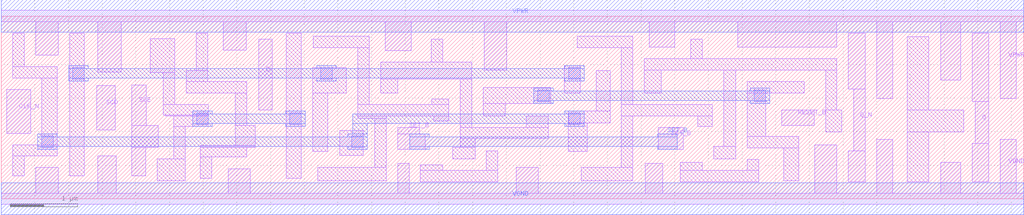
<source format=lef>
# Copyright 2020 The SkyWater PDK Authors
#
# Licensed under the Apache License, Version 2.0 (the "License");
# you may not use this file except in compliance with the License.
# You may obtain a copy of the License at
#
#     https://www.apache.org/licenses/LICENSE-2.0
#
# Unless required by applicable law or agreed to in writing, software
# distributed under the License is distributed on an "AS IS" BASIS,
# WITHOUT WARRANTIES OR CONDITIONS OF ANY KIND, either express or implied.
# See the License for the specific language governing permissions and
# limitations under the License.
#
# SPDX-License-Identifier: Apache-2.0

VERSION 5.5 ;
NAMESCASESENSITIVE ON ;
BUSBITCHARS "[]" ;
DIVIDERCHAR "/" ;
MACRO sky130_fd_sc_hd__sdfbbn_2
  CLASS CORE ;
  SOURCE USER ;
  ORIGIN  0.000000  0.000000 ;
  SIZE  15.18000 BY  2.720000 ;
  SYMMETRY X Y R90 ;
  SITE unithd ;
  PIN D
    ANTENNAGATEAREA  0.126000 ;
    DIRECTION INPUT ;
    USE SIGNAL ;
    PORT
      LAYER li1 ;
        RECT 3.825000 1.325000 4.025000 2.375000 ;
    END
  END D
  PIN Q
    ANTENNADIFFAREA  0.445500 ;
    DIRECTION OUTPUT ;
    USE SIGNAL ;
    PORT
      LAYER li1 ;
        RECT 14.415000 0.255000 14.665000 0.825000 ;
        RECT 14.415000 1.445000 14.665000 2.465000 ;
        RECT 14.460000 0.825000 14.665000 1.445000 ;
    END
  END Q
  PIN Q_N
    ANTENNADIFFAREA  0.445500 ;
    DIRECTION OUTPUT ;
    USE SIGNAL ;
    PORT
      LAYER li1 ;
        RECT 12.580000 0.255000 12.830000 0.715000 ;
        RECT 12.580000 1.630000 12.830000 2.465000 ;
        RECT 12.660000 0.715000 12.830000 1.630000 ;
    END
  END Q_N
  PIN RESET_B
    ANTENNAGATEAREA  0.159000 ;
    DIRECTION INPUT ;
    USE SIGNAL ;
    PORT
      LAYER li1 ;
        RECT 11.590000 1.095000 12.070000 1.325000 ;
    END
  END RESET_B
  PIN SCD
    ANTENNAGATEAREA  0.159000 ;
    DIRECTION INPUT ;
    USE SIGNAL ;
    PORT
      LAYER li1 ;
        RECT 1.415000 1.025000 1.695000 1.685000 ;
    END
  END SCD
  PIN SCE
    ANTENNAGATEAREA  0.252000 ;
    DIRECTION INPUT ;
    USE SIGNAL ;
    PORT
      LAYER li1 ;
        RECT 1.935000 0.345000 2.145000 0.765000 ;
        RECT 1.935000 0.765000 2.335000 1.095000 ;
        RECT 1.935000 1.095000 2.155000 1.695000 ;
    END
  END SCE
  PIN SET_B
    ANTENNAGATEAREA  0.252000 ;
    DIRECTION INPUT ;
    USE SIGNAL ;
    PORT
      LAYER li1 ;
        RECT 5.885000 0.735000 6.295000 0.965000 ;
        RECT 5.885000 0.965000 6.215000 1.065000 ;
    END
    PORT
      LAYER li1 ;
        RECT 9.755000 0.735000 10.130000 1.065000 ;
    END
    PORT
      LAYER met1 ;
        RECT 6.065000 0.735000  6.355000 0.780000 ;
        RECT 6.065000 0.780000 10.035000 0.920000 ;
        RECT 6.065000 0.920000  6.355000 0.965000 ;
        RECT 9.745000 0.735000 10.035000 0.780000 ;
        RECT 9.745000 0.920000 10.035000 0.965000 ;
    END
  END SET_B
  PIN CLK_N
    ANTENNAGATEAREA  0.159000 ;
    DIRECTION INPUT ;
    USE CLOCK ;
    PORT
      LAYER li1 ;
        RECT 0.085000 0.975000 0.435000 1.625000 ;
    END
  END CLK_N
  PIN VGND
    DIRECTION INOUT ;
    SHAPE ABUTMENT ;
    USE GROUND ;
    PORT
      LAYER li1 ;
        RECT  0.000000 -0.085000 15.180000 0.085000 ;
        RECT  0.515000  0.085000  0.845000 0.465000 ;
        RECT  1.430000  0.085000  1.705000 0.635000 ;
        RECT  3.370000  0.085000  3.700000 0.445000 ;
        RECT  5.885000  0.085000  6.055000 0.525000 ;
        RECT  7.645000  0.085000  7.975000 0.465000 ;
        RECT  9.560000  0.085000  9.820000 0.525000 ;
        RECT 12.080000  0.085000 12.410000 0.805000 ;
        RECT 13.000000  0.085000 13.235000 0.885000 ;
        RECT 13.950000  0.085000 14.245000 0.545000 ;
        RECT 14.835000  0.085000 15.075000 0.885000 ;
    END
    PORT
      LAYER met1 ;
        RECT 0.000000 -0.240000 15.180000 0.240000 ;
    END
  END VGND
  PIN VPWR
    DIRECTION INOUT ;
    SHAPE ABUTMENT ;
    USE POWER ;
    PORT
      LAYER li1 ;
        RECT  0.000000 2.635000 15.180000 2.805000 ;
        RECT  0.515000 2.135000  0.845000 2.635000 ;
        RECT  1.430000 1.885000  1.785000 2.635000 ;
        RECT  3.295000 2.215000  3.640000 2.635000 ;
        RECT  5.705000 2.205000  6.085000 2.635000 ;
        RECT  7.175000 1.915000  7.505000 2.635000 ;
        RECT  9.620000 2.255000 10.000000 2.635000 ;
        RECT 10.940000 2.255000 12.410000 2.635000 ;
        RECT 13.000000 1.495000 13.235000 2.635000 ;
        RECT 13.950000 1.765000 14.245000 2.635000 ;
        RECT 14.835000 1.495000 15.075000 2.635000 ;
    END
    PORT
      LAYER met1 ;
        RECT 0.000000 2.480000 15.180000 2.960000 ;
    END
  END VPWR
  OBS
    LAYER li1 ;
      RECT  0.170000 0.345000  0.345000 0.635000 ;
      RECT  0.170000 0.635000  0.835000 0.805000 ;
      RECT  0.170000 1.795000  0.835000 1.965000 ;
      RECT  0.170000 1.965000  0.345000 2.465000 ;
      RECT  0.605000 0.805000  0.835000 1.795000 ;
      RECT  1.015000 0.345000  1.235000 2.465000 ;
      RECT  2.215000 1.875000  2.575000 2.385000 ;
      RECT  2.315000 0.265000  2.730000 0.595000 ;
      RECT  2.405000 1.250000  3.075000 1.405000 ;
      RECT  2.405000 1.405000  2.575000 1.875000 ;
      RECT  2.435000 1.235000  3.075000 1.250000 ;
      RECT  2.560000 0.595000  2.730000 1.075000 ;
      RECT  2.560000 1.075000  3.075000 1.235000 ;
      RECT  2.745000 1.575000  3.645000 1.745000 ;
      RECT  2.745000 1.745000  3.065000 1.905000 ;
      RECT  2.895000 1.905000  3.065000 2.465000 ;
      RECT  2.955000 0.305000  3.125000 0.625000 ;
      RECT  2.955000 0.625000  3.645000 0.765000 ;
      RECT  2.955000 0.765000  3.770000 0.795000 ;
      RECT  3.475000 0.795000  3.770000 1.095000 ;
      RECT  3.475000 1.095000  3.645000 1.575000 ;
      RECT  4.230000 0.305000  4.455000 2.465000 ;
      RECT  4.625000 0.705000  4.845000 1.575000 ;
      RECT  4.625000 1.575000  5.125000 1.955000 ;
      RECT  4.635000 2.250000  5.465000 2.420000 ;
      RECT  4.700000 0.265000  5.715000 0.465000 ;
      RECT  5.025000 0.645000  5.375000 1.015000 ;
      RECT  5.295000 1.195000  5.715000 1.235000 ;
      RECT  5.295000 1.235000  6.645000 1.405000 ;
      RECT  5.295000 1.405000  5.465000 2.250000 ;
      RECT  5.545000 0.465000  5.715000 1.195000 ;
      RECT  5.635000 1.575000  5.885000 1.785000 ;
      RECT  5.635000 1.785000  6.985000 2.035000 ;
      RECT  6.225000 0.255000  7.375000 0.425000 ;
      RECT  6.225000 0.425000  6.555000 0.505000 ;
      RECT  6.385000 2.035000  6.555000 2.375000 ;
      RECT  6.395000 1.405000  6.645000 1.485000 ;
      RECT  6.425000 1.155000  6.645000 1.235000 ;
      RECT  6.705000 0.595000  7.035000 0.765000 ;
      RECT  6.815000 0.765000  7.035000 0.895000 ;
      RECT  6.815000 0.895000  8.125000 1.065000 ;
      RECT  6.815000 1.065000  6.985000 1.785000 ;
      RECT  7.155000 1.235000  7.485000 1.415000 ;
      RECT  7.155000 1.415000  8.160000 1.655000 ;
      RECT  7.205000 0.425000  7.375000 0.715000 ;
      RECT  7.795000 1.065000  8.125000 1.235000 ;
      RECT  8.360000 1.575000  8.595000 1.985000 ;
      RECT  8.420000 0.705000  8.705000 1.125000 ;
      RECT  8.420000 1.125000  9.040000 1.305000 ;
      RECT  8.550000 2.250000  9.380000 2.420000 ;
      RECT  8.615000 0.265000  9.380000 0.465000 ;
      RECT  8.835000 1.305000  9.040000 1.905000 ;
      RECT  9.210000 0.465000  9.380000 1.235000 ;
      RECT  9.210000 1.235000 10.560000 1.405000 ;
      RECT  9.210000 1.405000  9.380000 2.250000 ;
      RECT  9.550000 1.575000  9.800000 1.915000 ;
      RECT  9.550000 1.915000 12.410000 2.085000 ;
      RECT 10.080000 0.255000 11.250000 0.425000 ;
      RECT 10.080000 0.425000 10.410000 0.545000 ;
      RECT 10.240000 2.085000 10.410000 2.375000 ;
      RECT 10.340000 1.075000 10.560000 1.235000 ;
      RECT 10.580000 0.595000 10.910000 0.780000 ;
      RECT 10.730000 0.780000 10.910000 1.915000 ;
      RECT 11.080000 0.425000 11.250000 0.585000 ;
      RECT 11.080000 0.755000 11.845000 0.925000 ;
      RECT 11.080000 0.925000 11.355000 1.575000 ;
      RECT 11.080000 1.575000 11.925000 1.745000 ;
      RECT 11.620000 0.265000 11.845000 0.755000 ;
      RECT 12.240000 0.995000 12.480000 1.325000 ;
      RECT 12.240000 1.325000 12.410000 1.915000 ;
      RECT 13.455000 0.255000 13.770000 0.995000 ;
      RECT 13.455000 0.995000 14.290000 1.325000 ;
      RECT 13.455000 1.325000 13.770000 2.415000 ;
    LAYER mcon ;
      RECT  0.605000 0.765000  0.775000 0.935000 ;
      RECT  1.065000 1.785000  1.235000 1.955000 ;
      RECT  2.905000 1.105000  3.075000 1.275000 ;
      RECT  4.285000 1.105000  4.455000 1.275000 ;
      RECT  4.745000 1.785000  4.915000 1.955000 ;
      RECT  5.205000 0.765000  5.375000 0.935000 ;
      RECT  7.965000 1.445000  8.135000 1.615000 ;
      RECT  8.425000 1.105000  8.595000 1.275000 ;
      RECT  8.425000 1.785000  8.595000 1.955000 ;
      RECT 11.185000 1.445000 11.355000 1.615000 ;
    LAYER met1 ;
      RECT  0.545000 0.735000  0.835000 0.780000 ;
      RECT  0.545000 0.780000  5.435000 0.920000 ;
      RECT  0.545000 0.920000  0.835000 0.965000 ;
      RECT  1.005000 1.755000  1.295000 1.800000 ;
      RECT  1.005000 1.800000  8.655000 1.940000 ;
      RECT  1.005000 1.940000  1.295000 1.985000 ;
      RECT  2.845000 1.075000  3.135000 1.120000 ;
      RECT  2.845000 1.120000  4.515000 1.260000 ;
      RECT  2.845000 1.260000  3.135000 1.305000 ;
      RECT  4.225000 1.075000  4.515000 1.120000 ;
      RECT  4.225000 1.260000  4.515000 1.305000 ;
      RECT  4.685000 1.755000  4.975000 1.800000 ;
      RECT  4.685000 1.940000  4.975000 1.985000 ;
      RECT  5.145000 0.735000  5.435000 0.780000 ;
      RECT  5.145000 0.920000  5.435000 0.965000 ;
      RECT  5.220000 0.965000  5.435000 1.120000 ;
      RECT  5.220000 1.120000  8.655000 1.260000 ;
      RECT  7.905000 1.415000  8.195000 1.460000 ;
      RECT  7.905000 1.460000 11.415000 1.600000 ;
      RECT  7.905000 1.600000  8.195000 1.645000 ;
      RECT  8.365000 1.075000  8.655000 1.120000 ;
      RECT  8.365000 1.260000  8.655000 1.305000 ;
      RECT  8.365000 1.755000  8.655000 1.800000 ;
      RECT  8.365000 1.940000  8.655000 1.985000 ;
      RECT 11.125000 1.415000 11.415000 1.460000 ;
      RECT 11.125000 1.600000 11.415000 1.645000 ;
  END
END sky130_fd_sc_hd__sdfbbn_2
END LIBRARY

</source>
